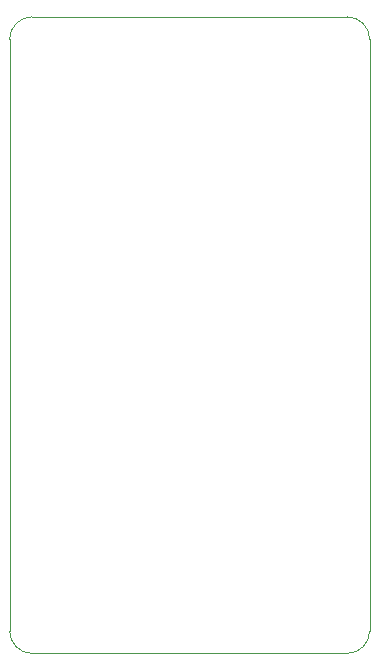
<source format=gm1>
G04 #@! TF.FileFunction,Profile,NP*
%FSLAX46Y46*%
G04 Gerber Fmt 4.6, Leading zero omitted, Abs format (unit mm)*
G04 Created by KiCad (PCBNEW 4.0.2-stable) date 1/27/2017 1:12:26 PM*
%MOMM*%
G01*
G04 APERTURE LIST*
%ADD10C,0.100000*%
G04 APERTURE END LIST*
D10*
X1770156Y53870157D02*
G75*
G03X-134844Y51965157I0J-1905000D01*
G01*
X28440156Y53870157D02*
G75*
G02X30345156Y51965157I0J-1905000D01*
G01*
X-134844Y1870157D02*
G75*
G03X1770156Y-34843I1905000J0D01*
G01*
X28440156Y-34843D02*
G75*
G03X30345156Y1870157I0J1905000D01*
G01*
X28440156Y-34843D02*
X1770156Y-34843D01*
X30345156Y51965157D02*
X30345156Y1870157D01*
X1770156Y53870157D02*
X28440156Y53870157D01*
X-134844Y1870157D02*
X-134844Y51965157D01*
M02*

</source>
